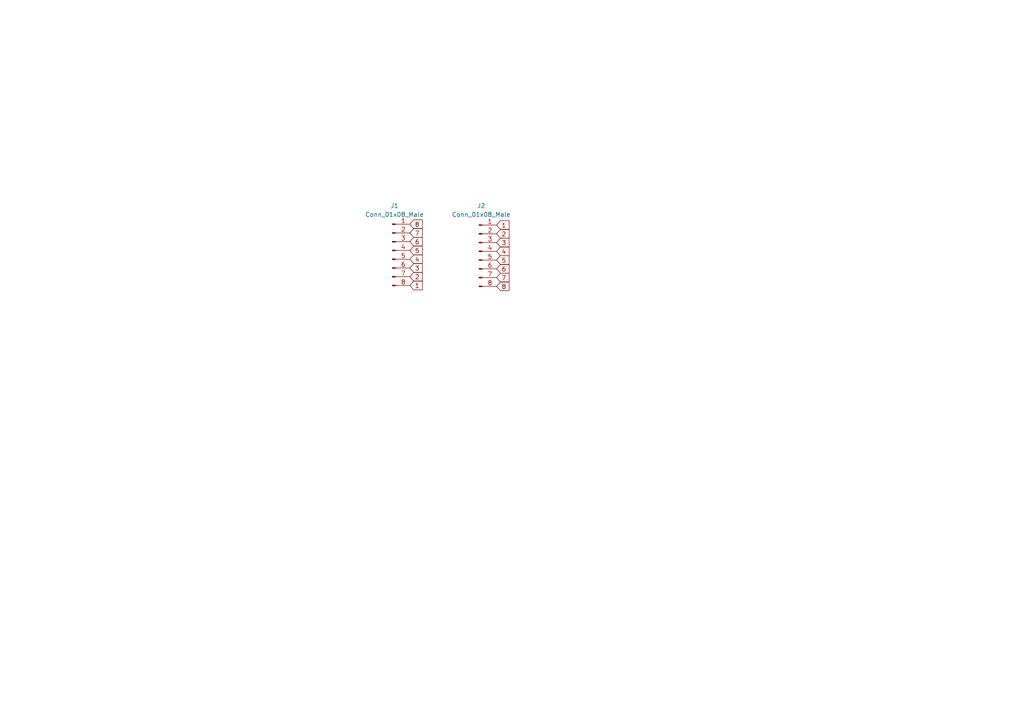
<source format=kicad_sch>
(kicad_sch (version 20211123) (generator eeschema)
  (paper "A4")
  (lib_symbols
    (symbol "Connector:Conn_01x08_Male" (pin_names (offset 1.016) hide)
      (property "Reference" "J" (at 0 10.16 0))
      (property "Value" "Conn_01x08_Male" (at 0 -12.7 0))
      (symbol "Conn_01x08_Male_1_1"
        (polyline (pts (xy 1.27 -10.16) (xy 0.8636 -10.16)) (stroke (width 0.1524)))
        (polyline (pts (xy 1.27 -7.62) (xy 0.8636 -7.62)) (stroke (width 0.1524)))
        (polyline (pts (xy 1.27 -5.08) (xy 0.8636 -5.08)) (stroke (width 0.1524)))
        (polyline (pts (xy 1.27 -2.54) (xy 0.8636 -2.54)) (stroke (width 0.1524)))
        (polyline (pts (xy 1.27 0) (xy 0.8636 0)) (stroke (width 0.1524)))
        (polyline (pts (xy 1.27 2.54) (xy 0.8636 2.54)) (stroke (width 0.1524)))
        (polyline (pts (xy 1.27 5.08) (xy 0.8636 5.08)) (stroke (width 0.1524)))
        (polyline (pts (xy 1.27 7.62) (xy 0.8636 7.62)) (stroke (width 0.1524)))
        (rectangle (start 0.8636 -10.033) (end 0 -10.287) (stroke (width 0.1524)) (fill (type outline)))
        (rectangle (start 0.8636 -7.493) (end 0 -7.747) (stroke (width 0.1524)) (fill (type outline)))
        (rectangle (start 0.8636 -4.953) (end 0 -5.207) (stroke (width 0.1524)) (fill (type outline)))
        (rectangle (start 0.8636 -2.413) (end 0 -2.667) (stroke (width 0.1524)) (fill (type outline)))
        (rectangle (start 0.8636 0.127) (end 0 -0.127) (stroke (width 0.1524)) (fill (type outline)))
        (rectangle (start 0.8636 2.667) (end 0 2.413) (stroke (width 0.1524)) (fill (type outline)))
        (rectangle (start 0.8636 5.207) (end 0 4.953) (stroke (width 0.1524)) (fill (type outline)))
        (rectangle (start 0.8636 7.747) (end 0 7.493) (stroke (width 0.1524)) (fill (type outline)))
        (pin passive line (at 5.08 7.62 180) (length 3.81) (name "Pin_1") (number "1"))
        (pin passive line (at 5.08 5.08 180) (length 3.81) (name "Pin_2") (number "2"))
        (pin passive line (at 5.08 2.54 180) (length 3.81) (name "Pin_3") (number "3"))
        (pin passive line (at 5.08 0 180) (length 3.81) (name "Pin_4") (number "4"))
        (pin passive line (at 5.08 -2.54 180) (length 3.81) (name "Pin_5") (number "5"))
        (pin passive line (at 5.08 -5.08 180) (length 3.81) (name "Pin_6") (number "6"))
        (pin passive line (at 5.08 -7.62 180) (length 3.81) (name "Pin_7") (number "7"))
        (pin passive line (at 5.08 -10.16 180) (length 3.81) (name "Pin_8") (number "8"))
      )
    )
  )
  (global_label "5" (shape input) (at 118.872 72.644 0) (property "Intersheet References" "${INTERSHEET_REFS}" (effects hide)))
  (global_label "8" (shape input) (at 144.018 83.058 0) (property "Intersheet References" "${INTERSHEET_REFS}" (effects hide)))
  (global_label "2" (shape input) (at 144.018 67.818 0) (property "Intersheet References" "${INTERSHEET_REFS}" (effects hide)))
  (global_label "3" (shape input) (at 144.018 70.358 0) (property "Intersheet References" "${INTERSHEET_REFS}" (effects hide)))
  (global_label "1" (shape input) (at 144.018 65.278 0) (property "Intersheet References" "${INTERSHEET_REFS}" (effects hide)))
  (global_label "6" (shape input) (at 144.018 77.978 0) (property "Intersheet References" "${INTERSHEET_REFS}" (effects hide)))
  (global_label "6" (shape input) (at 118.872 70.104 0) (property "Intersheet References" "${INTERSHEET_REFS}" (effects hide)))
  (global_label "7" (shape input) (at 144.018 80.518 0) (property "Intersheet References" "${INTERSHEET_REFS}" (effects hide)))
  (global_label "4" (shape input) (at 144.018 72.898 0) (property "Intersheet References" "${INTERSHEET_REFS}" (effects hide)))
  (global_label "2" (shape input) (at 118.872 80.264 0) (property "Intersheet References" "${INTERSHEET_REFS}" (effects hide)))
  (global_label "8" (shape input) (at 118.872 65.024 0) (property "Intersheet References" "${INTERSHEET_REFS}" (effects hide)))
  (global_label "7" (shape input) (at 118.872 67.564 0) (property "Intersheet References" "${INTERSHEET_REFS}" (effects hide)))
  (global_label "1" (shape input) (at 118.872 82.804 0) (property "Intersheet References" "${INTERSHEET_REFS}" (effects hide)))
  (global_label "5" (shape input) (at 144.018 75.438 0) (property "Intersheet References" "${INTERSHEET_REFS}" (effects hide)))
  (global_label "3" (shape input) (at 118.872 77.724 0) (property "Intersheet References" "${INTERSHEET_REFS}" (effects hide)))
  (global_label "4" (shape input) (at 118.872 75.184 0) (property "Intersheet References" "${INTERSHEET_REFS}" (effects hide)))
  (symbol (lib_id "Connector:Conn_01x08_Male") (at 113.792 72.644 0) (unit 1)
    (property "Reference" "J1" (at 114.427 59.69 0))
    (property "Value" "Conn_01x08_Male" (at 114.427 62.23 0))
    (property "Footprint" "STS_connector:flexpcb con." (effects hide))
  )
  (symbol (lib_id "Connector:Conn_01x08_Male") (at 138.938 72.898 0) (unit 1)
    (property "Reference" "J2" (at 139.573 59.69 0))
    (property "Value" "Conn_01x08_Male" (at 139.573 62.23 0))
    (property "Footprint" "STS_connector:flexpcb con." (effects hide))
  )
)
</source>
